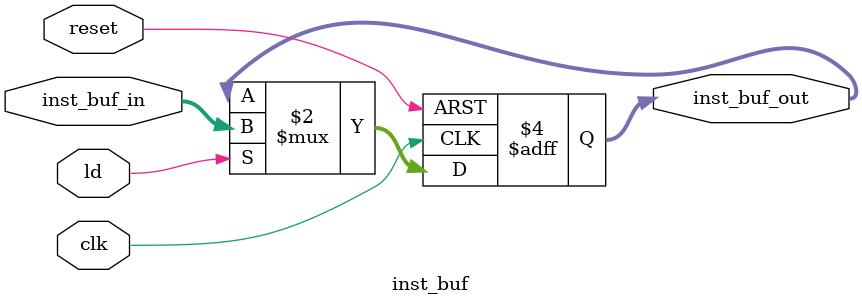
<source format=v>
module inst_buf(reset,clk,ld,inst_buf_in,inst_buf_out);

	input reset            ;
	input clk              ;
	input ld               ;
	input [7:0] inst_buf_in;

	output [7:0] inst_buf_out;

	reg [7:0] inst_buf_out;
	//reg [7:0] tmp;
	//assign inst_buf_out = tmp;

always@(posedge reset or posedge clk) begin
	if(reset)
	 //tmp <= 8'b0;
	 inst_buf_out <= 8'b0;
	else
	 if(ld) begin
	  //tmp <= inst_buf_in;
	  inst_buf_out <= inst_buf_in;
	end
end

endmodule
</source>
